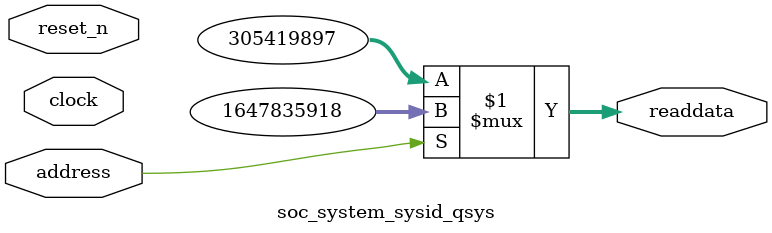
<source format=v>



// synthesis translate_off
`timescale 1ns / 1ps
// synthesis translate_on

// turn off superfluous verilog processor warnings 
// altera message_level Level1 
// altera message_off 10034 10035 10036 10037 10230 10240 10030 

module soc_system_sysid_qsys (
               // inputs:
                address,
                clock,
                reset_n,

               // outputs:
                readdata
             )
;

  output  [ 31: 0] readdata;
  input            address;
  input            clock;
  input            reset_n;

  wire    [ 31: 0] readdata;
  //control_slave, which is an e_avalon_slave
  assign readdata = address ? 1647835918 : 305419897;

endmodule



</source>
